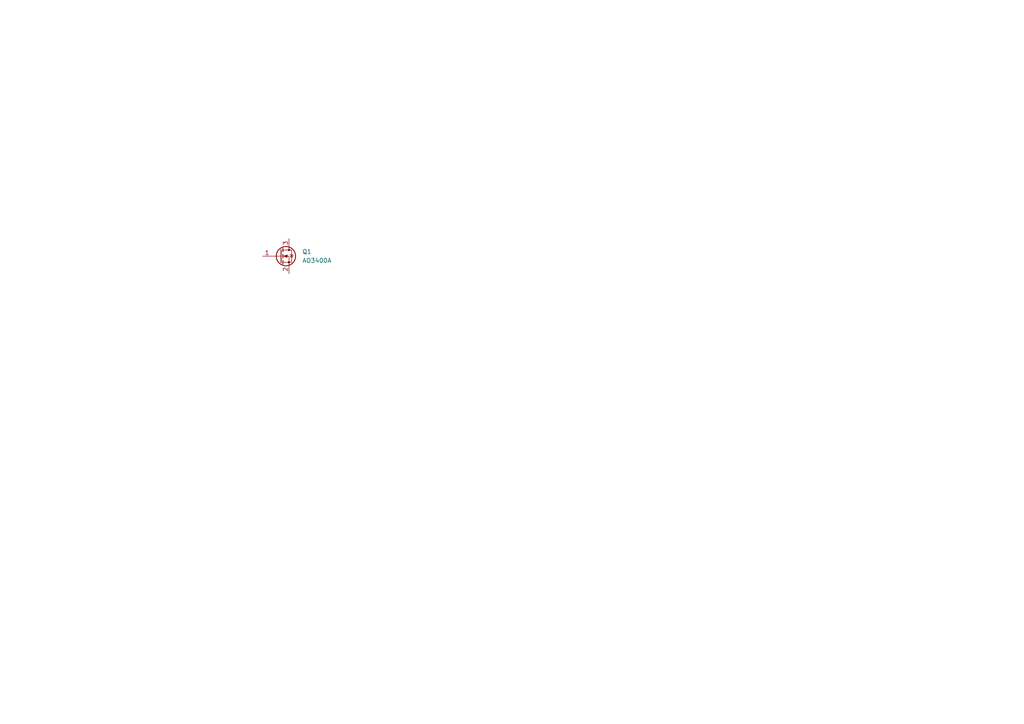
<source format=kicad_sch>
(kicad_sch (version 20230121) (generator eeschema)

  (uuid 7e960a84-7690-47c1-afd3-b33a350011ba)

  (paper "A4")

  (lib_symbols
    (symbol "Transistor_FET:AO3400A" (pin_names hide) (in_bom yes) (on_board yes)
      (property "Reference" "Q" (at 5.08 1.905 0)
        (effects (font (size 1.27 1.27)) (justify left))
      )
      (property "Value" "AO3400A" (at 5.08 0 0)
        (effects (font (size 1.27 1.27)) (justify left))
      )
      (property "Footprint" "Package_TO_SOT_SMD:SOT-23" (at 5.08 -1.905 0)
        (effects (font (size 1.27 1.27) italic) (justify left) hide)
      )
      (property "Datasheet" "http://www.aosmd.com/pdfs/datasheet/AO3400A.pdf" (at 0 0 0)
        (effects (font (size 1.27 1.27)) (justify left) hide)
      )
      (property "ki_keywords" "N-Channel MOSFET" (at 0 0 0)
        (effects (font (size 1.27 1.27)) hide)
      )
      (property "ki_description" "30V Vds, 5.7A Id, N-Channel MOSFET, SOT-23" (at 0 0 0)
        (effects (font (size 1.27 1.27)) hide)
      )
      (property "ki_fp_filters" "SOT?23*" (at 0 0 0)
        (effects (font (size 1.27 1.27)) hide)
      )
      (symbol "AO3400A_0_1"
        (polyline
          (pts
            (xy 0.254 0)
            (xy -2.54 0)
          )
          (stroke (width 0) (type default))
          (fill (type none))
        )
        (polyline
          (pts
            (xy 0.254 1.905)
            (xy 0.254 -1.905)
          )
          (stroke (width 0.254) (type default))
          (fill (type none))
        )
        (polyline
          (pts
            (xy 0.762 -1.27)
            (xy 0.762 -2.286)
          )
          (stroke (width 0.254) (type default))
          (fill (type none))
        )
        (polyline
          (pts
            (xy 0.762 0.508)
            (xy 0.762 -0.508)
          )
          (stroke (width 0.254) (type default))
          (fill (type none))
        )
        (polyline
          (pts
            (xy 0.762 2.286)
            (xy 0.762 1.27)
          )
          (stroke (width 0.254) (type default))
          (fill (type none))
        )
        (polyline
          (pts
            (xy 2.54 2.54)
            (xy 2.54 1.778)
          )
          (stroke (width 0) (type default))
          (fill (type none))
        )
        (polyline
          (pts
            (xy 2.54 -2.54)
            (xy 2.54 0)
            (xy 0.762 0)
          )
          (stroke (width 0) (type default))
          (fill (type none))
        )
        (polyline
          (pts
            (xy 0.762 -1.778)
            (xy 3.302 -1.778)
            (xy 3.302 1.778)
            (xy 0.762 1.778)
          )
          (stroke (width 0) (type default))
          (fill (type none))
        )
        (polyline
          (pts
            (xy 1.016 0)
            (xy 2.032 0.381)
            (xy 2.032 -0.381)
            (xy 1.016 0)
          )
          (stroke (width 0) (type default))
          (fill (type outline))
        )
        (polyline
          (pts
            (xy 2.794 0.508)
            (xy 2.921 0.381)
            (xy 3.683 0.381)
            (xy 3.81 0.254)
          )
          (stroke (width 0) (type default))
          (fill (type none))
        )
        (polyline
          (pts
            (xy 3.302 0.381)
            (xy 2.921 -0.254)
            (xy 3.683 -0.254)
            (xy 3.302 0.381)
          )
          (stroke (width 0) (type default))
          (fill (type none))
        )
        (circle (center 1.651 0) (radius 2.794)
          (stroke (width 0.254) (type default))
          (fill (type none))
        )
        (circle (center 2.54 -1.778) (radius 0.254)
          (stroke (width 0) (type default))
          (fill (type outline))
        )
        (circle (center 2.54 1.778) (radius 0.254)
          (stroke (width 0) (type default))
          (fill (type outline))
        )
      )
      (symbol "AO3400A_1_1"
        (pin input line (at -5.08 0 0) (length 2.54)
          (name "G" (effects (font (size 1.27 1.27))))
          (number "1" (effects (font (size 1.27 1.27))))
        )
        (pin passive line (at 2.54 -5.08 90) (length 2.54)
          (name "S" (effects (font (size 1.27 1.27))))
          (number "2" (effects (font (size 1.27 1.27))))
        )
        (pin passive line (at 2.54 5.08 270) (length 2.54)
          (name "D" (effects (font (size 1.27 1.27))))
          (number "3" (effects (font (size 1.27 1.27))))
        )
      )
    )
  )


  (symbol (lib_id "Transistor_FET:AO3400A") (at 81.28 74.295 0) (unit 1)
    (in_bom yes) (on_board yes) (dnp no) (fields_autoplaced)
    (uuid 2679ae94-5960-4b2e-8957-311daa4f0aad)
    (property "Reference" "Q1" (at 87.63 73.025 0)
      (effects (font (size 1.27 1.27)) (justify left))
    )
    (property "Value" "AO3400A" (at 87.63 75.565 0)
      (effects (font (size 1.27 1.27)) (justify left))
    )
    (property "Footprint" "Package_TO_SOT_SMD:SOT-23" (at 86.36 76.2 0)
      (effects (font (size 1.27 1.27) italic) (justify left) hide)
    )
    (property "Datasheet" "http://www.aosmd.com/pdfs/datasheet/AO3400A.pdf" (at 81.28 74.295 0)
      (effects (font (size 1.27 1.27)) (justify left) hide)
    )
    (pin "3" (uuid 063c2017-b6d8-4886-8bb0-292fa1c04d3f))
    (pin "1" (uuid 71c841da-5c77-4553-873b-fc15ce9ec048))
    (pin "2" (uuid b623d5c4-3052-4cda-8d9b-ba11b87e64d4))
    (instances
      (project "Board"
        (path "/7e960a84-7690-47c1-afd3-b33a350011ba"
          (reference "Q1") (unit 1)
        )
      )
    )
  )

  (sheet_instances
    (path "/" (page "1"))
  )
)

</source>
